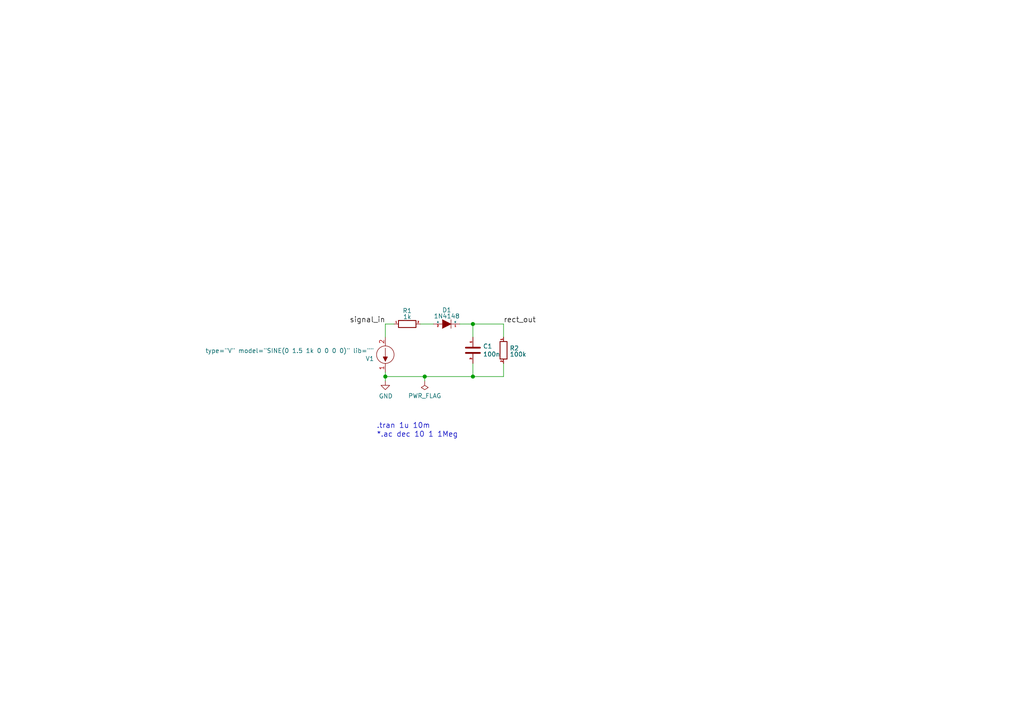
<source format=kicad_sch>
(kicad_sch (version 20230121) (generator eeschema)
  (paper "A4")
  (lib_symbols
    (symbol "R_1" (pin_names (offset 0) hide)
      (property "Reference" "R" (at 2.032 0 90))
      (property "Value" "R_1" (at 0 0 90))
      (symbol "R_1_0_1"
        (rectangle (start -1.016 -2.54) (end 1.016 2.54) (stroke (width 0.254)))
      )
      (symbol "R_1_1_1"
        (pin passive line (at 0 3.81 270) (length 1.27) (name "1") (number "1"))
        (pin passive line (at 0 -3.81 90) (length 1.27) (name "2") (number "2"))
      )
    )
    (symbol "power:PWR_FLAG" (power) (pin_numbers hide) (pin_names (offset 0) hide)
      (property "Value" "PWR_FLAG" (at 0 3.81 0))
      (symbol "PWR_FLAG_0_0"
        (pin power_out line (at 0 0 90) (length 0) (name "pwr") (number "1"))
      )
      (symbol "PWR_FLAG_0_1"
        (polyline (pts (xy 0 0) (xy 0 1.27) (xy -1.016 1.905) (xy 0 2.54) (xy 1.016 1.905) (xy 0 1.27)))
      )
    )
    (symbol "rectifier_schlib:C" (pin_names (offset 0) hide)
      (property "Reference" "C" (at 0.635 2.54 0))
      (property "Value" "C" (at 0.635 -2.54 0))
      (symbol "C_0_1"
        (polyline (pts (xy -2.032 -0.762) (xy 2.032 -0.762)) (stroke (width 0.508)))
        (polyline (pts (xy -2.032 0.762) (xy 2.032 0.762)) (stroke (width 0.508)))
      )
      (symbol "C_1_1"
        (pin passive line (at 0 3.81 270) (length 2.794) (name "") (number "1"))
        (pin passive line (at 0 -3.81 90) (length 2.794) (name "2") (number "2"))
      )
    )
    (symbol "rectifier_schlib:D" (pin_names (offset 0))
      (property "Reference" "D" (at 0 2.54 0))
      (property "Value" "D" (at 0 -2.54 0))
      (symbol "D_0_1"
        (polyline (pts (xy -1.27 1.27) (xy -1.27 -1.27)) (stroke (width 0.1524)))
        (polyline (pts (xy 1.27 1.27) (xy -1.27 0) (xy 1.27 -1.27)) (fill (type outline)))
      )
      (symbol "D_1_1"
        (pin passive line (at -3.81 0 0) (length 2.54) (name "K") (number "1"))
        (pin passive line (at 3.81 0 180) (length 2.54) (name "A") (number "2"))
      )
    )
    (symbol "rectifier_schlib:GND" (power) (pin_names (offset 0))
      (property "Value" "GND" (at 0 -3.1242 0))
      (symbol "GND_0_1"
        (polyline (pts (xy 0 0) (xy 0 -1.27) (xy 1.27 -1.27) (xy 0 -2.54) (xy -1.27 -1.27) (xy 0 -1.27)))
      )
      (symbol "GND_1_1"
        (pin power_in line (at 0 0 270) (length 0) hide (name "GND") (number "1"))
      )
    )
    (symbol "rectifier_schlib:R" (pin_names (offset 0) hide)
      (property "Reference" "R" (at 2.032 0 90))
      (property "Value" "R" (at 0 0 90))
      (symbol "R_0_1"
        (rectangle (start -1.016 -2.54) (end 1.016 2.54) (stroke (width 0.254)))
      )
      (symbol "R_1_1"
        (pin passive line (at 0 3.81 270) (length 1.27) (name "1") (number "1"))
        (pin passive line (at 0 -3.81 90) (length 1.27) (name "2") (number "2"))
      )
    )
    (symbol "rectifier_schlib:VSOURCE" (pin_names (offset 1.016))
      (property "Reference" "V" (at 5.08 5.08 0))
      (symbol "VSOURCE_0_1"
        (polyline (pts (xy 0 -1.905) (xy 0 1.905)))
        (polyline (pts (xy 0 1.905) (xy -0.635 0.635) (xy 0.635 0.635) (xy 0 1.905)) (fill (type outline)))
        (circle (center 0 0) (radius 2.54))
      )
      (symbol "VSOURCE_1_1"
        (pin input line (at 0 5.08 270) (length 2.54) (name "~") (number "1"))
        (pin input line (at 0 -5.08 90) (length 2.54) (name "~") (number "2"))
      )
    )
  )
  (junction (at 123.19 109.22) (diameter 1.016))
  (junction (at 137.16 109.22) (diameter 1.016))
  (junction (at 137.16 93.98) (diameter 1.016))
  (junction (at 111.76 109.22) (diameter 1.016))
  (wire (pts (xy 121.92 93.98) (xy 125.73 93.98)))
  (wire (pts (xy 137.16 97.79) (xy 137.16 93.98)))
  (wire (pts (xy 123.19 109.22) (xy 137.16 109.22)))
  (wire (pts (xy 111.76 109.22) (xy 123.19 109.22)))
  (wire (pts (xy 111.76 93.98) (xy 114.3 93.98)))
  (wire (pts (xy 111.76 97.79) (xy 111.76 93.98)))
  (wire (pts (xy 133.35 93.98) (xy 137.16 93.98)))
  (wire (pts (xy 146.05 109.22) (xy 146.05 105.41)))
  (wire (pts (xy 111.76 109.22) (xy 111.76 107.95)))
  (wire (pts (xy 137.16 93.98) (xy 146.05 93.98)))
  (wire (pts (xy 137.16 109.22) (xy 137.16 105.41)))
  (wire (pts (xy 146.05 93.98) (xy 146.05 97.79)))
  (wire (pts (xy 111.76 110.49) (xy 111.76 109.22)))
  (wire (pts (xy 137.16 109.22) (xy 146.05 109.22)))
  (wire (pts (xy 123.19 109.22) (xy 123.19 110.49)))
  (text ".tran 1u 10m\n" (at 109.22 124.46 0) (effects (font (size 1.524 1.524)) (justify left bottom)))
  (text "*.ac dec 10 1 1Meg\n" (at 109.22 127 0) (effects (font (size 1.524 1.524)) (justify left bottom)))
  (label "rect_out" (at 146.05 93.98 0) (effects (font (size 1.524 1.524))))
  (label "signal_in" (at 111.76 93.98 0) (effects (font (size 1.524 1.524))))
  (symbol (lib_id "rectifier_schlib:VSOURCE") (at 111.76 102.87 180) (unit 1)
    (property "Reference" "V1" (at 108.5088 104.0384 0) (effects (justify left)))
    (property "Value" "${SIM.PARAMS}" (at 108.5088 101.727 0) (effects (justify left)))
    (property "Fieldname" "Value" (effects hide))
    (property "Sim.Device" "SPICE" (effects hide))
    (property "Sim.Params" "type=\"V\" model=\"SINE(0 1.5 1k 0 0 0 0)\" lib=\"\"" (effects hide))
    (property "Sim.Pins" "1=1 2=2" (effects hide))
  )
  (symbol (lib_id "rectifier_schlib:GND") (at 111.76 110.49 0) (unit 1)
    (property "Reference" "#PWR01" (effects hide))
    (property "Value" "GND" (at 111.887 114.8842 0))
  )
  (symbol (lib_name "R_1") (lib_id "rectifier_schlib:R") (at 118.11 93.98 90) (unit 1)
    (property "Reference" "R1" (at 118.11 90.1319 90))
    (property "Value" "1k" (at 118.11 91.8941 90))
    (property "Fieldname" "Value" (effects hide))
    (property "Sim.Pins" "1=1 2=2" (effects hide))
  )
  (symbol (lib_id "rectifier_schlib:D") (at 129.54 93.98 180) (unit 1)
    (property "Reference" "D1" (at 129.5781 89.9287 0))
    (property "Value" "1N4148" (at 129.5781 91.6909 0))
    (property "Fieldname" "Value" (effects hide))
    (property "Sim.Library" "diode.mod" (effects hide))
    (property "Sim.Name" "1N4148" (effects hide))
    (property "Sim.Pins" "2=1 1=2" (effects hide))
  )
  (symbol (lib_id "rectifier_schlib:C") (at 137.16 101.6 0) (unit 1)
    (property "Reference" "C1" (at 140.081 100.4316 0) (effects (justify left)))
    (property "Value" "100n" (at 140.081 102.743 0) (effects (justify left)))
    (property "Fieldname" "Value" (effects hide))
    (property "Sim.Pins" "1=1 2=2" (effects hide))
  )
  (symbol (lib_id "rectifier_schlib:R") (at 146.05 101.6 0) (unit 1)
    (property "Reference" "R2" (at 147.828 101.0055 0) (effects (justify left)))
    (property "Value" "100k" (at 147.828 102.7677 0) (effects (justify left)))
    (property "Fieldname" "Value" (effects hide))
    (property "Sim.Pins" "1=1 2=2" (effects hide))
  )
  (symbol (lib_id "power:PWR_FLAG") (at 123.19 110.49 180) (unit 1)
    (property "Reference" "#FLG0101" (effects hide))
    (property "Value" "PWR_FLAG" (at 123.19 114.8144 0))
  )
)
</source>
